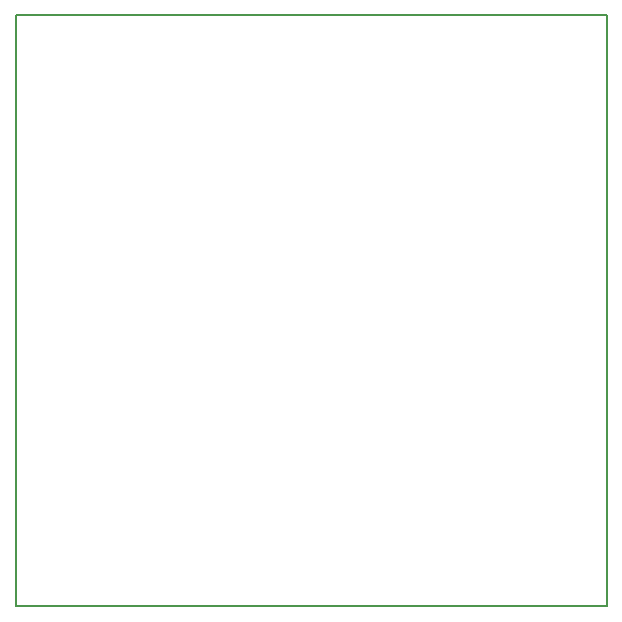
<source format=gm1>
G04 #@! TF.GenerationSoftware,KiCad,Pcbnew,(6.0.0-rc1-dev-1425-g4c184f07a)*
G04 #@! TF.CreationDate,2018-12-24T15:04:37+01:00
G04 #@! TF.ProjectId,led_pixel_stm32f030_cree,6c65645f-7069-4786-956c-5f73746d3332,1.1*
G04 #@! TF.SameCoordinates,Original*
G04 #@! TF.FileFunction,Profile,NP*
%FSLAX46Y46*%
G04 Gerber Fmt 4.6, Leading zero omitted, Abs format (unit mm)*
G04 Created by KiCad (PCBNEW (6.0.0-rc1-dev-1425-g4c184f07a)) date 24.12.2018 15:04:37*
%MOMM*%
%LPD*%
G04 APERTURE LIST*
%ADD10C,0.200000*%
G04 APERTURE END LIST*
D10*
X125000000Y-125000000D02*
X125000000Y-75000000D01*
X175000000Y-125000000D02*
X125000000Y-125000000D01*
X175000000Y-75000000D02*
X175000000Y-125000000D01*
X125000000Y-75000000D02*
X175000000Y-75000000D01*
M02*

</source>
